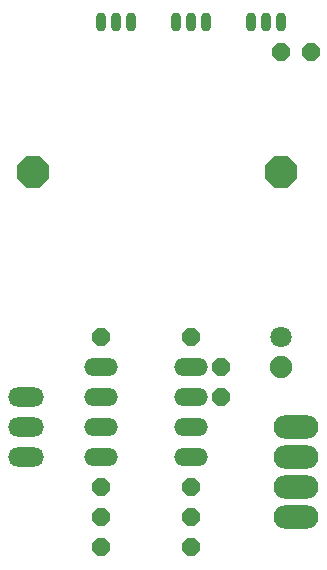
<source format=gbr>
%TF.GenerationSoftware,KiCad,Pcbnew,8.0.6*%
%TF.CreationDate,2025-06-26T12:50:08+02:00*%
%TF.ProjectId,PCF8583 1v3,50434638-3538-4332-9031-76332e6b6963,rev?*%
%TF.SameCoordinates,Original*%
%TF.FileFunction,Soldermask,Top*%
%TF.FilePolarity,Negative*%
%FSLAX46Y46*%
G04 Gerber Fmt 4.6, Leading zero omitted, Abs format (unit mm)*
G04 Created by KiCad (PCBNEW 8.0.6) date 2025-06-26 12:50:08*
%MOMM*%
%LPD*%
G01*
G04 APERTURE LIST*
G04 Aperture macros list*
%AMFreePoly0*
4,1,25,0.333266,0.742596,0.345389,0.732242,0.732242,0.345389,0.760749,0.289441,0.762000,0.273547,0.762000,-0.273547,0.742596,-0.333266,0.732242,-0.345389,0.345389,-0.732242,0.289441,-0.760749,0.273547,-0.762000,-0.273547,-0.762000,-0.333266,-0.742596,-0.345389,-0.732242,-0.732242,-0.345389,-0.760749,-0.289441,-0.762000,-0.273547,-0.762000,0.273547,-0.742596,0.333266,-0.732242,0.345389,
-0.345389,0.732242,-0.289441,0.760749,-0.273547,0.762000,0.273547,0.762000,0.333266,0.742596,0.333266,0.742596,$1*%
%AMFreePoly1*
4,1,25,0.391131,0.882296,0.403254,0.871942,0.871942,0.403254,0.900449,0.347306,0.901700,0.331412,0.901700,-0.331412,0.882296,-0.391131,0.871942,-0.403254,0.403254,-0.871942,0.347306,-0.900449,0.331412,-0.901700,-0.331412,-0.901700,-0.391131,-0.882296,-0.403254,-0.871942,-0.871942,-0.403254,-0.900449,-0.347306,-0.901700,-0.331412,-0.901700,0.331412,-0.882296,0.391131,-0.871942,0.403254,
-0.403254,0.871942,-0.347306,0.900449,-0.331412,0.901700,0.331412,0.901700,0.391131,0.882296,0.391131,0.882296,$1*%
%AMFreePoly2*
4,1,25,0.585770,1.352196,0.597893,1.341842,1.341842,0.597893,1.370349,0.541945,1.371600,0.526051,1.371600,-0.526051,1.352196,-0.585770,1.341842,-0.597893,0.597893,-1.341842,0.541945,-1.370349,0.526051,-1.371600,-0.526051,-1.371600,-0.585770,-1.352196,-0.597893,-1.341842,-1.341842,-0.597893,-1.370349,-0.541945,-1.371600,-0.526051,-1.371600,0.526051,-1.352196,0.585770,-1.341842,0.597893,
-0.597893,1.341842,-0.541945,1.370349,-0.526051,1.371600,0.526051,1.371600,0.585770,1.352196,0.585770,1.352196,$1*%
G04 Aperture macros list end*
%ADD10O,2.844800X1.524000*%
%ADD11FreePoly0,0.000000*%
%ADD12C,1.803400*%
%ADD13FreePoly1,270.000000*%
%ADD14FreePoly0,180.000000*%
%ADD15FreePoly0,270.000000*%
%ADD16O,0.903200X1.603200*%
%ADD17O,3.048000X1.625600*%
%ADD18FreePoly2,0.000000*%
%ADD19O,3.803200X2.003200*%
G04 APERTURE END LIST*
D10*
%TO.C,IC1*%
X151206100Y-112618600D03*
X151206100Y-115158600D03*
X151206100Y-117698600D03*
X151206100Y-120238600D03*
X143586100Y-120238600D03*
X143586100Y-117698600D03*
X143586100Y-115158600D03*
X143586100Y-112618600D03*
%TD*%
D11*
%TO.C,R1*%
X151206100Y-110078600D03*
X143586100Y-110078600D03*
%TD*%
D12*
%TO.C,C1*%
X158826100Y-110078600D03*
D13*
X158826100Y-112618600D03*
%TD*%
D14*
%TO.C,R2*%
X143586100Y-125318600D03*
X151206100Y-125318600D03*
%TD*%
%TO.C,R5*%
X143586100Y-122778600D03*
X151206100Y-122778600D03*
%TD*%
D15*
%TO.C,C5*%
X153746100Y-115158600D03*
X153746100Y-112618600D03*
%TD*%
D16*
%TO.C,IC2*%
X143586100Y-83408600D03*
X144856100Y-83408600D03*
X146126100Y-83408600D03*
%TD*%
D17*
%TO.C,J2*%
X137236100Y-120238600D03*
X137236100Y-117698600D03*
X137236100Y-115158600D03*
%TD*%
D18*
%TO.C,VDD0*%
X158826100Y-96108600D03*
%TD*%
%TO.C,GND0*%
X137871100Y-96108600D03*
%TD*%
D19*
%TO.C,X2*%
X160096100Y-125318600D03*
X160096100Y-122778600D03*
X160096100Y-120238600D03*
X160096100Y-117698600D03*
%TD*%
D11*
%TO.C,R3*%
X151206100Y-127858600D03*
X143586100Y-127858600D03*
%TD*%
D16*
%TO.C,IC3*%
X149936100Y-83408600D03*
X151206100Y-83408600D03*
X152476100Y-83408600D03*
%TD*%
%TO.C,IC4*%
X156286100Y-83408600D03*
X157556100Y-83408600D03*
X158826100Y-83408600D03*
%TD*%
D11*
%TO.C,C2*%
X161366100Y-85948600D03*
X158826100Y-85948600D03*
%TD*%
M02*

</source>
